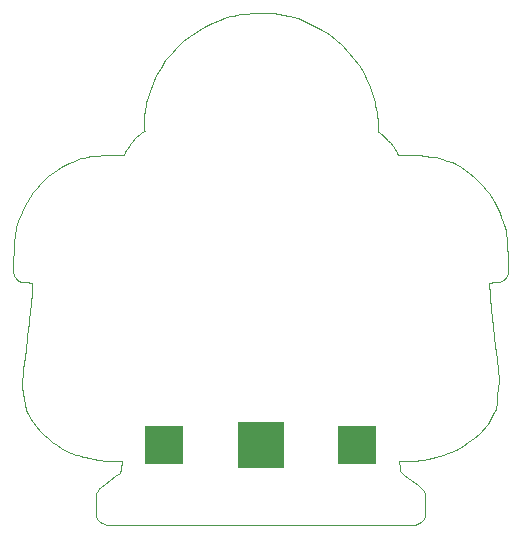
<source format=gbp>
G75*
%MOIN*%
%OFA0B0*%
%FSLAX25Y25*%
%IPPOS*%
%LPD*%
%AMOC8*
5,1,8,0,0,1.08239X$1,22.5*
%
%ADD10C,0.00394*%
%ADD11R,0.15354X0.15354*%
%ADD12R,0.12598X0.12598*%
D10*
X0027228Y0036301D02*
X0028907Y0035531D01*
X0030613Y0034956D01*
X0030958Y0034840D01*
X0031373Y0034712D01*
X0031832Y0034579D01*
X0032290Y0034446D01*
X0032790Y0034309D01*
X0033819Y0034039D01*
X0034348Y0033907D01*
X0034862Y0033785D01*
X0035376Y0033664D01*
X0035875Y0033552D01*
X0036332Y0033458D01*
X0036808Y0033360D01*
X0037340Y0033266D01*
X0037897Y0033181D01*
X0038454Y0033095D01*
X0039034Y0033017D01*
X0039608Y0032951D01*
X0040182Y0032884D01*
X0040748Y0032830D01*
X0041276Y0032790D01*
X0041803Y0032751D01*
X0042291Y0032727D01*
X0042709Y0032722D01*
X0042873Y0032720D01*
X0043120Y0032717D01*
X0043366Y0032714D01*
X0043694Y0032709D01*
X0044023Y0032705D01*
X0044352Y0032701D01*
X0044682Y0032697D01*
X0044930Y0032694D01*
X0045178Y0032691D01*
X0045345Y0032689D01*
X0045397Y0032689D01*
X0045444Y0032691D01*
X0045491Y0032694D01*
X0045538Y0032697D01*
X0045586Y0032701D01*
X0045679Y0032712D01*
X0045726Y0032718D01*
X0045773Y0032724D01*
X0045820Y0032731D01*
X0045866Y0032738D01*
X0045913Y0032745D01*
X0045871Y0032516D01*
X0045831Y0032300D01*
X0045755Y0031892D01*
X0045719Y0031700D01*
X0045684Y0031517D01*
X0045649Y0031334D01*
X0045616Y0031160D01*
X0045584Y0030994D01*
X0045551Y0030828D01*
X0045520Y0030670D01*
X0045490Y0030516D01*
X0045410Y0030115D01*
X0045172Y0028910D01*
X0043553Y0027695D01*
X0041934Y0026479D01*
X0040314Y0025264D01*
X0038695Y0024048D01*
X0038448Y0023862D01*
X0038225Y0023650D01*
X0038031Y0023417D01*
X0037838Y0023183D01*
X0037672Y0022929D01*
X0037402Y0022390D01*
X0037299Y0022105D01*
X0037228Y0021810D01*
X0037158Y0021515D01*
X0037122Y0021209D01*
X0037122Y0015012D01*
X0037232Y0014494D01*
X0037631Y0013552D01*
X0037919Y0013128D01*
X0038275Y0012772D01*
X0038631Y0012416D01*
X0039055Y0012127D01*
X0039997Y0011729D01*
X0040515Y0011618D01*
X0143486Y0011618D01*
X0144004Y0011729D01*
X0144946Y0012127D01*
X0145370Y0012416D01*
X0145727Y0012772D01*
X0146083Y0013128D01*
X0146371Y0013552D01*
X0146770Y0014494D01*
X0146880Y0015012D01*
X0146880Y0021158D01*
X0146845Y0021458D01*
X0146776Y0021750D01*
X0146708Y0022041D01*
X0146607Y0022323D01*
X0146476Y0022589D01*
X0146345Y0022856D01*
X0146183Y0023108D01*
X0145805Y0023572D01*
X0145589Y0023783D01*
X0145347Y0023969D01*
X0144462Y0024652D01*
X0144020Y0024994D01*
X0143577Y0025335D01*
X0143329Y0025528D01*
X0143046Y0025745D01*
X0142451Y0026200D01*
X0142138Y0026437D01*
X0141829Y0026671D01*
X0141520Y0026905D01*
X0141215Y0027136D01*
X0140932Y0027348D01*
X0140649Y0027560D01*
X0140388Y0027754D01*
X0140169Y0027916D01*
X0139793Y0028195D01*
X0139416Y0028473D01*
X0138664Y0029031D01*
X0138623Y0029340D01*
X0138501Y0030268D01*
X0138469Y0030505D01*
X0138439Y0030733D01*
X0138409Y0030952D01*
X0138379Y0031172D01*
X0138350Y0031383D01*
X0138321Y0031587D01*
X0138292Y0031792D01*
X0138264Y0031989D01*
X0138236Y0032181D01*
X0138208Y0032373D01*
X0138180Y0032558D01*
X0138152Y0032740D01*
X0138194Y0032734D01*
X0138235Y0032728D01*
X0138318Y0032717D01*
X0138359Y0032711D01*
X0138442Y0032701D01*
X0138483Y0032697D01*
X0138525Y0032694D01*
X0138567Y0032691D01*
X0138610Y0032689D01*
X0141395Y0032689D01*
X0141915Y0032715D01*
X0142480Y0032759D01*
X0143044Y0032804D01*
X0143654Y0032867D01*
X0144272Y0032943D01*
X0144889Y0033018D01*
X0145515Y0033106D01*
X0146110Y0033199D01*
X0146706Y0033292D01*
X0147272Y0033390D01*
X0147771Y0033487D01*
X0150344Y0033982D01*
X0152765Y0034702D01*
X0157261Y0036556D01*
X0159334Y0037691D01*
X0161212Y0039017D01*
X0163089Y0040344D01*
X0164770Y0041862D01*
X0167693Y0045250D01*
X0168936Y0047119D01*
X0169936Y0049148D01*
X0169979Y0049235D01*
X0170022Y0049320D01*
X0170064Y0049402D01*
X0170106Y0049484D01*
X0170147Y0049564D01*
X0170229Y0049720D01*
X0170269Y0049796D01*
X0170308Y0049869D01*
X0170348Y0049943D01*
X0170386Y0050015D01*
X0170423Y0050084D01*
X0170703Y0052420D01*
X0170984Y0054756D01*
X0171264Y0057092D01*
X0171544Y0059428D01*
X0171533Y0059510D01*
X0171515Y0059673D01*
X0171467Y0060125D01*
X0171438Y0060414D01*
X0171404Y0060750D01*
X0171370Y0061085D01*
X0171332Y0061467D01*
X0171292Y0061879D01*
X0171252Y0062290D01*
X0171209Y0062731D01*
X0171165Y0063185D01*
X0171120Y0063656D01*
X0171065Y0064182D01*
X0171005Y0064729D01*
X0170944Y0065276D01*
X0170879Y0065843D01*
X0170812Y0066394D01*
X0170746Y0066946D01*
X0170677Y0067482D01*
X0170546Y0068451D01*
X0170482Y0068884D01*
X0170425Y0069230D01*
X0170381Y0069497D01*
X0170334Y0069810D01*
X0170240Y0070485D01*
X0170193Y0070846D01*
X0170148Y0071207D01*
X0170103Y0071569D01*
X0170061Y0071931D01*
X0169988Y0072609D01*
X0169957Y0072925D01*
X0169935Y0073195D01*
X0169910Y0073500D01*
X0169876Y0073878D01*
X0169835Y0074301D01*
X0169794Y0074724D01*
X0169747Y0075191D01*
X0169696Y0075674D01*
X0169645Y0076157D01*
X0169591Y0076655D01*
X0169537Y0077140D01*
X0169482Y0077624D01*
X0169427Y0078096D01*
X0169375Y0078525D01*
X0169325Y0078939D01*
X0169272Y0079395D01*
X0169219Y0079866D01*
X0169167Y0080336D01*
X0169114Y0080821D01*
X0169065Y0081293D01*
X0169016Y0081764D01*
X0168970Y0082222D01*
X0168930Y0082637D01*
X0168890Y0083053D01*
X0168856Y0083427D01*
X0168831Y0083731D01*
X0168813Y0083952D01*
X0168794Y0084177D01*
X0168773Y0084404D01*
X0168752Y0084631D01*
X0168729Y0084860D01*
X0168704Y0085090D01*
X0168678Y0085320D01*
X0168650Y0085550D01*
X0168618Y0085780D01*
X0168585Y0086010D01*
X0168550Y0086239D01*
X0168509Y0086467D01*
X0168519Y0086467D01*
X0168425Y0087924D01*
X0168332Y0089381D01*
X0168238Y0090839D01*
X0168144Y0092296D01*
X0168772Y0092311D01*
X0169401Y0092325D01*
X0170029Y0092339D01*
X0170657Y0092353D01*
X0170919Y0092359D01*
X0171178Y0092391D01*
X0171683Y0092505D01*
X0171929Y0092586D01*
X0172164Y0092691D01*
X0172399Y0092795D01*
X0172624Y0092922D01*
X0172836Y0093071D01*
X0173047Y0093220D01*
X0173245Y0093390D01*
X0173425Y0093581D01*
X0173605Y0093771D02*
X0173765Y0093978D01*
X0173902Y0094197D01*
X0174040Y0094416D01*
X0174155Y0094648D01*
X0174246Y0094889D01*
X0174338Y0095129D01*
X0174406Y0095379D01*
X0174492Y0095889D01*
X0174510Y0096150D01*
X0174502Y0096412D01*
X0174457Y0097860D01*
X0174367Y0100756D01*
X0174322Y0102204D01*
X0174279Y0103556D01*
X0174240Y0104648D01*
X0174185Y0105583D01*
X0174130Y0106518D01*
X0174060Y0107296D01*
X0173957Y0108019D01*
X0173853Y0108742D01*
X0173717Y0109410D01*
X0173343Y0110843D01*
X0173105Y0111606D01*
X0172798Y0112520D01*
X0172275Y0114077D01*
X0171693Y0115535D01*
X0171042Y0116911D01*
X0170391Y0118287D01*
X0169670Y0119582D01*
X0168066Y0122042D01*
X0167183Y0123208D01*
X0166208Y0124328D01*
X0165232Y0125447D01*
X0164164Y0126520D01*
X0162992Y0127564D01*
X0161603Y0128801D01*
X0160189Y0129859D01*
X0158707Y0130754D01*
X0157225Y0131649D01*
X0155675Y0132381D01*
X0154016Y0132965D01*
X0152356Y0133548D01*
X0150587Y0133983D01*
X0148665Y0134285D01*
X0146744Y0134587D01*
X0144670Y0134755D01*
X0142403Y0134804D01*
X0142152Y0134809D01*
X0141764Y0134817D01*
X0141377Y0134826D01*
X0140853Y0134837D01*
X0139762Y0134860D01*
X0139195Y0134873D01*
X0138246Y0134893D01*
X0137865Y0134901D01*
X0137692Y0134904D01*
X0137530Y0135373D01*
X0137342Y0135809D01*
X0137122Y0136229D01*
X0136902Y0136649D01*
X0136650Y0137052D01*
X0136361Y0137453D01*
X0136073Y0137854D01*
X0135748Y0138252D01*
X0135382Y0138663D01*
X0135015Y0139074D01*
X0134608Y0139497D01*
X0134154Y0139948D01*
X0134101Y0140000D01*
X0134050Y0140052D01*
X0134000Y0140102D01*
X0133950Y0140153D01*
X0133902Y0140203D01*
X0133854Y0140252D01*
X0133807Y0140301D01*
X0133761Y0140349D01*
X0133715Y0140396D01*
X0133670Y0140443D01*
X0133626Y0140489D01*
X0133583Y0140535D01*
X0133373Y0140754D01*
X0133168Y0140960D01*
X0132760Y0141350D01*
X0132557Y0141534D01*
X0132351Y0141706D01*
X0132146Y0141879D01*
X0131939Y0142041D01*
X0131514Y0142344D01*
X0131296Y0142485D01*
X0131070Y0142617D01*
X0131108Y0142743D01*
X0131141Y0142870D01*
X0131193Y0143127D01*
X0131213Y0143257D01*
X0131226Y0143387D01*
X0131240Y0143518D01*
X0131246Y0143650D01*
X0131246Y0143782D01*
X0131246Y0143915D01*
X0131239Y0144048D01*
X0131225Y0144181D01*
X0131166Y0144738D01*
X0131107Y0145296D01*
X0131047Y0145854D01*
X0130988Y0146412D01*
X0130839Y0147817D01*
X0130676Y0149070D01*
X0130483Y0150227D01*
X0130291Y0151383D01*
X0130069Y0152443D01*
X0129805Y0153462D01*
X0129540Y0154481D01*
X0129232Y0155459D01*
X0128867Y0156452D01*
X0128501Y0157444D01*
X0128078Y0158452D01*
X0127582Y0159529D01*
X0126350Y0162205D01*
X0124834Y0164703D01*
X0121311Y0169280D01*
X0119303Y0171358D01*
X0117087Y0173196D01*
X0114871Y0175034D01*
X0112447Y0176631D01*
X0109853Y0177956D01*
X0107259Y0179281D01*
X0104494Y0180333D01*
X0101597Y0181081D01*
X0100746Y0181301D01*
X0100006Y0181476D01*
X0099304Y0181616D01*
X0098602Y0181756D01*
X0097938Y0181861D01*
X0096536Y0182015D01*
X0095799Y0182065D01*
X0094951Y0182095D01*
X0094103Y0182125D01*
X0093144Y0182136D01*
X0090593Y0182136D01*
X0089357Y0182106D01*
X0087077Y0181961D01*
X0086033Y0181845D01*
X0085010Y0181675D01*
X0083987Y0181505D01*
X0082985Y0181279D01*
X0081929Y0180986D01*
X0080873Y0180693D01*
X0079764Y0180333D01*
X0078527Y0179892D01*
X0075787Y0178917D01*
X0073184Y0177630D01*
X0068342Y0174521D01*
X0066104Y0172699D01*
X0064091Y0170656D01*
X0062079Y0168612D01*
X0060294Y0166347D01*
X0058779Y0163905D01*
X0057264Y0161463D01*
X0056021Y0158844D01*
X0055093Y0156093D01*
X0054754Y0155088D01*
X0054467Y0154159D01*
X0054226Y0153280D01*
X0053986Y0152401D01*
X0053793Y0151573D01*
X0053492Y0149969D01*
X0053383Y0149192D01*
X0053312Y0148417D01*
X0053242Y0147641D01*
X0053209Y0146867D01*
X0053209Y0143675D01*
X0053213Y0143586D01*
X0053227Y0143412D01*
X0053238Y0143325D01*
X0053252Y0143240D01*
X0053265Y0143154D01*
X0053281Y0143070D01*
X0053300Y0142986D01*
X0053318Y0142902D01*
X0053339Y0142819D01*
X0053361Y0142737D01*
X0052643Y0142331D01*
X0051934Y0141833D01*
X0050574Y0140701D01*
X0049924Y0140066D01*
X0049323Y0139385D01*
X0048723Y0138705D01*
X0048173Y0137979D01*
X0047694Y0137231D01*
X0047214Y0136483D01*
X0046806Y0135713D01*
X0046488Y0134943D01*
X0046482Y0134943D01*
X0046477Y0134944D01*
X0046471Y0134944D01*
X0046466Y0134945D01*
X0046460Y0134946D01*
X0046455Y0134946D01*
X0046449Y0134947D01*
X0046443Y0134948D01*
X0046438Y0134949D01*
X0046432Y0134949D01*
X0046427Y0134949D01*
X0046408Y0134949D01*
X0046063Y0134936D01*
X0045040Y0134897D01*
X0044364Y0134871D01*
X0043014Y0134819D01*
X0042341Y0134792D01*
X0041331Y0134753D01*
X0040996Y0134740D01*
X0039350Y0134676D01*
X0037935Y0134586D01*
X0035398Y0134319D01*
X0034277Y0134140D01*
X0033217Y0133898D01*
X0032157Y0133657D01*
X0031160Y0133351D01*
X0030141Y0132963D01*
X0029122Y0132575D01*
X0028081Y0132103D01*
X0026934Y0131530D01*
X0025445Y0130786D01*
X0023992Y0129863D01*
X0021211Y0127720D01*
X0019884Y0126499D01*
X0018648Y0125158D01*
X0017411Y0123818D01*
X0016265Y0122358D01*
X0015236Y0120808D01*
X0014208Y0119258D01*
X0013297Y0117619D01*
X0012532Y0115919D01*
X0012022Y0114788D01*
X0011605Y0113770D01*
X0010920Y0111780D01*
X0010652Y0110808D01*
X0010441Y0109771D01*
X0010229Y0108734D01*
X0010073Y0107630D01*
X0009956Y0106372D01*
X0009838Y0105114D01*
X0009759Y0103701D01*
X0009699Y0102044D01*
X0009648Y0100641D01*
X0009548Y0097834D01*
X0009497Y0096430D01*
X0009488Y0096167D01*
X0009505Y0095906D01*
X0009547Y0095650D01*
X0009590Y0095394D01*
X0009657Y0095143D01*
X0009748Y0094901D01*
X0009839Y0094660D01*
X0009954Y0094427D01*
X0010228Y0093987D01*
X0010388Y0093779D01*
X0010568Y0093587D01*
X0010749Y0093396D01*
X0010947Y0093225D01*
X0011370Y0092925D01*
X0011596Y0092797D01*
X0012067Y0092588D01*
X0012314Y0092506D01*
X0012567Y0092449D01*
X0012820Y0092392D01*
X0013080Y0092359D01*
X0013343Y0092353D01*
X0013997Y0092338D01*
X0014651Y0092323D01*
X0015306Y0092309D01*
X0015960Y0092294D01*
X0015791Y0089382D01*
X0015707Y0087926D01*
X0015622Y0086471D01*
X0015607Y0086321D01*
X0015589Y0086146D01*
X0015569Y0085951D01*
X0015548Y0085755D01*
X0015525Y0085538D01*
X0015499Y0085303D01*
X0015473Y0085068D01*
X0015445Y0084814D01*
X0015414Y0084546D01*
X0015384Y0084277D01*
X0015351Y0083993D01*
X0015316Y0083697D01*
X0015260Y0083226D01*
X0015082Y0081732D01*
X0014960Y0080709D01*
X0014696Y0078497D01*
X0014555Y0077308D01*
X0014425Y0076231D01*
X0014296Y0075153D01*
X0014180Y0074188D01*
X0014100Y0073527D01*
X0013695Y0070179D01*
X0013390Y0067585D01*
X0013161Y0065569D01*
X0012931Y0063553D01*
X0012778Y0062116D01*
X0012675Y0061085D01*
X0012572Y0060053D01*
X0012520Y0059426D01*
X0012493Y0059029D01*
X0012466Y0058633D01*
X0012465Y0058467D01*
X0012464Y0058358D01*
X0012462Y0058112D01*
X0012459Y0057866D01*
X0012457Y0057620D01*
X0012455Y0057374D01*
X0012791Y0055490D01*
X0013127Y0053605D01*
X0013462Y0051721D01*
X0013798Y0049836D01*
X0013841Y0049756D01*
X0013885Y0049674D01*
X0013930Y0049590D01*
X0013975Y0049506D01*
X0014021Y0049420D01*
X0014067Y0049331D01*
X0014114Y0049242D01*
X0014162Y0049151D01*
X0014258Y0048965D01*
X0014307Y0048869D01*
X0014356Y0048771D01*
X0015119Y0047248D01*
X0016090Y0045767D01*
X0017224Y0044366D01*
X0018358Y0042966D01*
X0019655Y0041645D01*
X0021069Y0040442D01*
X0022484Y0039240D01*
X0024017Y0038156D01*
X0025623Y0037229D01*
X0027228Y0036301D01*
D11*
X0092000Y0038100D03*
D12*
X0059717Y0038100D03*
X0124283Y0038100D03*
M02*

</source>
